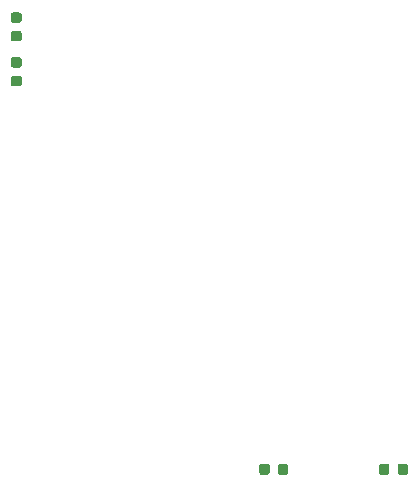
<source format=gbr>
G04 #@! TF.GenerationSoftware,KiCad,Pcbnew,(5.0.2)-1*
G04 #@! TF.CreationDate,2021-04-20T16:55:03+09:00*
G04 #@! TF.ProjectId,pi-ups,70692d75-7073-42e6-9b69-6361645f7063,rev?*
G04 #@! TF.SameCoordinates,Original*
G04 #@! TF.FileFunction,Paste,Bot*
G04 #@! TF.FilePolarity,Positive*
%FSLAX46Y46*%
G04 Gerber Fmt 4.6, Leading zero omitted, Abs format (unit mm)*
G04 Created by KiCad (PCBNEW (5.0.2)-1) date 2021/04/20 16:55:03*
%MOMM*%
%LPD*%
G01*
G04 APERTURE LIST*
%ADD10C,0.100000*%
%ADD11C,0.875000*%
G04 APERTURE END LIST*
D10*
G04 #@! TO.C,C6*
G36*
X114260691Y-138972053D02*
X114281926Y-138975203D01*
X114302750Y-138980419D01*
X114322962Y-138987651D01*
X114342368Y-138996830D01*
X114360781Y-139007866D01*
X114378024Y-139020654D01*
X114393930Y-139035070D01*
X114408346Y-139050976D01*
X114421134Y-139068219D01*
X114432170Y-139086632D01*
X114441349Y-139106038D01*
X114448581Y-139126250D01*
X114453797Y-139147074D01*
X114456947Y-139168309D01*
X114458000Y-139189750D01*
X114458000Y-139702250D01*
X114456947Y-139723691D01*
X114453797Y-139744926D01*
X114448581Y-139765750D01*
X114441349Y-139785962D01*
X114432170Y-139805368D01*
X114421134Y-139823781D01*
X114408346Y-139841024D01*
X114393930Y-139856930D01*
X114378024Y-139871346D01*
X114360781Y-139884134D01*
X114342368Y-139895170D01*
X114322962Y-139904349D01*
X114302750Y-139911581D01*
X114281926Y-139916797D01*
X114260691Y-139919947D01*
X114239250Y-139921000D01*
X113801750Y-139921000D01*
X113780309Y-139919947D01*
X113759074Y-139916797D01*
X113738250Y-139911581D01*
X113718038Y-139904349D01*
X113698632Y-139895170D01*
X113680219Y-139884134D01*
X113662976Y-139871346D01*
X113647070Y-139856930D01*
X113632654Y-139841024D01*
X113619866Y-139823781D01*
X113608830Y-139805368D01*
X113599651Y-139785962D01*
X113592419Y-139765750D01*
X113587203Y-139744926D01*
X113584053Y-139723691D01*
X113583000Y-139702250D01*
X113583000Y-139189750D01*
X113584053Y-139168309D01*
X113587203Y-139147074D01*
X113592419Y-139126250D01*
X113599651Y-139106038D01*
X113608830Y-139086632D01*
X113619866Y-139068219D01*
X113632654Y-139050976D01*
X113647070Y-139035070D01*
X113662976Y-139020654D01*
X113680219Y-139007866D01*
X113698632Y-138996830D01*
X113718038Y-138987651D01*
X113738250Y-138980419D01*
X113759074Y-138975203D01*
X113780309Y-138972053D01*
X113801750Y-138971000D01*
X114239250Y-138971000D01*
X114260691Y-138972053D01*
X114260691Y-138972053D01*
G37*
D11*
X114020500Y-139446000D03*
D10*
G36*
X115835691Y-138972053D02*
X115856926Y-138975203D01*
X115877750Y-138980419D01*
X115897962Y-138987651D01*
X115917368Y-138996830D01*
X115935781Y-139007866D01*
X115953024Y-139020654D01*
X115968930Y-139035070D01*
X115983346Y-139050976D01*
X115996134Y-139068219D01*
X116007170Y-139086632D01*
X116016349Y-139106038D01*
X116023581Y-139126250D01*
X116028797Y-139147074D01*
X116031947Y-139168309D01*
X116033000Y-139189750D01*
X116033000Y-139702250D01*
X116031947Y-139723691D01*
X116028797Y-139744926D01*
X116023581Y-139765750D01*
X116016349Y-139785962D01*
X116007170Y-139805368D01*
X115996134Y-139823781D01*
X115983346Y-139841024D01*
X115968930Y-139856930D01*
X115953024Y-139871346D01*
X115935781Y-139884134D01*
X115917368Y-139895170D01*
X115897962Y-139904349D01*
X115877750Y-139911581D01*
X115856926Y-139916797D01*
X115835691Y-139919947D01*
X115814250Y-139921000D01*
X115376750Y-139921000D01*
X115355309Y-139919947D01*
X115334074Y-139916797D01*
X115313250Y-139911581D01*
X115293038Y-139904349D01*
X115273632Y-139895170D01*
X115255219Y-139884134D01*
X115237976Y-139871346D01*
X115222070Y-139856930D01*
X115207654Y-139841024D01*
X115194866Y-139823781D01*
X115183830Y-139805368D01*
X115174651Y-139785962D01*
X115167419Y-139765750D01*
X115162203Y-139744926D01*
X115159053Y-139723691D01*
X115158000Y-139702250D01*
X115158000Y-139189750D01*
X115159053Y-139168309D01*
X115162203Y-139147074D01*
X115167419Y-139126250D01*
X115174651Y-139106038D01*
X115183830Y-139086632D01*
X115194866Y-139068219D01*
X115207654Y-139050976D01*
X115222070Y-139035070D01*
X115237976Y-139020654D01*
X115255219Y-139007866D01*
X115273632Y-138996830D01*
X115293038Y-138987651D01*
X115313250Y-138980419D01*
X115334074Y-138975203D01*
X115355309Y-138972053D01*
X115376750Y-138971000D01*
X115814250Y-138971000D01*
X115835691Y-138972053D01*
X115835691Y-138972053D01*
G37*
D11*
X115595500Y-139446000D03*
G04 #@! TD*
D10*
G04 #@! TO.C,C5*
G36*
X125970191Y-138972053D02*
X125991426Y-138975203D01*
X126012250Y-138980419D01*
X126032462Y-138987651D01*
X126051868Y-138996830D01*
X126070281Y-139007866D01*
X126087524Y-139020654D01*
X126103430Y-139035070D01*
X126117846Y-139050976D01*
X126130634Y-139068219D01*
X126141670Y-139086632D01*
X126150849Y-139106038D01*
X126158081Y-139126250D01*
X126163297Y-139147074D01*
X126166447Y-139168309D01*
X126167500Y-139189750D01*
X126167500Y-139702250D01*
X126166447Y-139723691D01*
X126163297Y-139744926D01*
X126158081Y-139765750D01*
X126150849Y-139785962D01*
X126141670Y-139805368D01*
X126130634Y-139823781D01*
X126117846Y-139841024D01*
X126103430Y-139856930D01*
X126087524Y-139871346D01*
X126070281Y-139884134D01*
X126051868Y-139895170D01*
X126032462Y-139904349D01*
X126012250Y-139911581D01*
X125991426Y-139916797D01*
X125970191Y-139919947D01*
X125948750Y-139921000D01*
X125511250Y-139921000D01*
X125489809Y-139919947D01*
X125468574Y-139916797D01*
X125447750Y-139911581D01*
X125427538Y-139904349D01*
X125408132Y-139895170D01*
X125389719Y-139884134D01*
X125372476Y-139871346D01*
X125356570Y-139856930D01*
X125342154Y-139841024D01*
X125329366Y-139823781D01*
X125318330Y-139805368D01*
X125309151Y-139785962D01*
X125301919Y-139765750D01*
X125296703Y-139744926D01*
X125293553Y-139723691D01*
X125292500Y-139702250D01*
X125292500Y-139189750D01*
X125293553Y-139168309D01*
X125296703Y-139147074D01*
X125301919Y-139126250D01*
X125309151Y-139106038D01*
X125318330Y-139086632D01*
X125329366Y-139068219D01*
X125342154Y-139050976D01*
X125356570Y-139035070D01*
X125372476Y-139020654D01*
X125389719Y-139007866D01*
X125408132Y-138996830D01*
X125427538Y-138987651D01*
X125447750Y-138980419D01*
X125468574Y-138975203D01*
X125489809Y-138972053D01*
X125511250Y-138971000D01*
X125948750Y-138971000D01*
X125970191Y-138972053D01*
X125970191Y-138972053D01*
G37*
D11*
X125730000Y-139446000D03*
D10*
G36*
X124395191Y-138972053D02*
X124416426Y-138975203D01*
X124437250Y-138980419D01*
X124457462Y-138987651D01*
X124476868Y-138996830D01*
X124495281Y-139007866D01*
X124512524Y-139020654D01*
X124528430Y-139035070D01*
X124542846Y-139050976D01*
X124555634Y-139068219D01*
X124566670Y-139086632D01*
X124575849Y-139106038D01*
X124583081Y-139126250D01*
X124588297Y-139147074D01*
X124591447Y-139168309D01*
X124592500Y-139189750D01*
X124592500Y-139702250D01*
X124591447Y-139723691D01*
X124588297Y-139744926D01*
X124583081Y-139765750D01*
X124575849Y-139785962D01*
X124566670Y-139805368D01*
X124555634Y-139823781D01*
X124542846Y-139841024D01*
X124528430Y-139856930D01*
X124512524Y-139871346D01*
X124495281Y-139884134D01*
X124476868Y-139895170D01*
X124457462Y-139904349D01*
X124437250Y-139911581D01*
X124416426Y-139916797D01*
X124395191Y-139919947D01*
X124373750Y-139921000D01*
X123936250Y-139921000D01*
X123914809Y-139919947D01*
X123893574Y-139916797D01*
X123872750Y-139911581D01*
X123852538Y-139904349D01*
X123833132Y-139895170D01*
X123814719Y-139884134D01*
X123797476Y-139871346D01*
X123781570Y-139856930D01*
X123767154Y-139841024D01*
X123754366Y-139823781D01*
X123743330Y-139805368D01*
X123734151Y-139785962D01*
X123726919Y-139765750D01*
X123721703Y-139744926D01*
X123718553Y-139723691D01*
X123717500Y-139702250D01*
X123717500Y-139189750D01*
X123718553Y-139168309D01*
X123721703Y-139147074D01*
X123726919Y-139126250D01*
X123734151Y-139106038D01*
X123743330Y-139086632D01*
X123754366Y-139068219D01*
X123767154Y-139050976D01*
X123781570Y-139035070D01*
X123797476Y-139020654D01*
X123814719Y-139007866D01*
X123833132Y-138996830D01*
X123852538Y-138987651D01*
X123872750Y-138980419D01*
X123893574Y-138975203D01*
X123914809Y-138972053D01*
X123936250Y-138971000D01*
X124373750Y-138971000D01*
X124395191Y-138972053D01*
X124395191Y-138972053D01*
G37*
D11*
X124155000Y-139446000D03*
G04 #@! TD*
D10*
G04 #@! TO.C,R9*
G36*
X93277691Y-104563553D02*
X93298926Y-104566703D01*
X93319750Y-104571919D01*
X93339962Y-104579151D01*
X93359368Y-104588330D01*
X93377781Y-104599366D01*
X93395024Y-104612154D01*
X93410930Y-104626570D01*
X93425346Y-104642476D01*
X93438134Y-104659719D01*
X93449170Y-104678132D01*
X93458349Y-104697538D01*
X93465581Y-104717750D01*
X93470797Y-104738574D01*
X93473947Y-104759809D01*
X93475000Y-104781250D01*
X93475000Y-105218750D01*
X93473947Y-105240191D01*
X93470797Y-105261426D01*
X93465581Y-105282250D01*
X93458349Y-105302462D01*
X93449170Y-105321868D01*
X93438134Y-105340281D01*
X93425346Y-105357524D01*
X93410930Y-105373430D01*
X93395024Y-105387846D01*
X93377781Y-105400634D01*
X93359368Y-105411670D01*
X93339962Y-105420849D01*
X93319750Y-105428081D01*
X93298926Y-105433297D01*
X93277691Y-105436447D01*
X93256250Y-105437500D01*
X92743750Y-105437500D01*
X92722309Y-105436447D01*
X92701074Y-105433297D01*
X92680250Y-105428081D01*
X92660038Y-105420849D01*
X92640632Y-105411670D01*
X92622219Y-105400634D01*
X92604976Y-105387846D01*
X92589070Y-105373430D01*
X92574654Y-105357524D01*
X92561866Y-105340281D01*
X92550830Y-105321868D01*
X92541651Y-105302462D01*
X92534419Y-105282250D01*
X92529203Y-105261426D01*
X92526053Y-105240191D01*
X92525000Y-105218750D01*
X92525000Y-104781250D01*
X92526053Y-104759809D01*
X92529203Y-104738574D01*
X92534419Y-104717750D01*
X92541651Y-104697538D01*
X92550830Y-104678132D01*
X92561866Y-104659719D01*
X92574654Y-104642476D01*
X92589070Y-104626570D01*
X92604976Y-104612154D01*
X92622219Y-104599366D01*
X92640632Y-104588330D01*
X92660038Y-104579151D01*
X92680250Y-104571919D01*
X92701074Y-104566703D01*
X92722309Y-104563553D01*
X92743750Y-104562500D01*
X93256250Y-104562500D01*
X93277691Y-104563553D01*
X93277691Y-104563553D01*
G37*
D11*
X93000000Y-105000000D03*
D10*
G36*
X93277691Y-106138553D02*
X93298926Y-106141703D01*
X93319750Y-106146919D01*
X93339962Y-106154151D01*
X93359368Y-106163330D01*
X93377781Y-106174366D01*
X93395024Y-106187154D01*
X93410930Y-106201570D01*
X93425346Y-106217476D01*
X93438134Y-106234719D01*
X93449170Y-106253132D01*
X93458349Y-106272538D01*
X93465581Y-106292750D01*
X93470797Y-106313574D01*
X93473947Y-106334809D01*
X93475000Y-106356250D01*
X93475000Y-106793750D01*
X93473947Y-106815191D01*
X93470797Y-106836426D01*
X93465581Y-106857250D01*
X93458349Y-106877462D01*
X93449170Y-106896868D01*
X93438134Y-106915281D01*
X93425346Y-106932524D01*
X93410930Y-106948430D01*
X93395024Y-106962846D01*
X93377781Y-106975634D01*
X93359368Y-106986670D01*
X93339962Y-106995849D01*
X93319750Y-107003081D01*
X93298926Y-107008297D01*
X93277691Y-107011447D01*
X93256250Y-107012500D01*
X92743750Y-107012500D01*
X92722309Y-107011447D01*
X92701074Y-107008297D01*
X92680250Y-107003081D01*
X92660038Y-106995849D01*
X92640632Y-106986670D01*
X92622219Y-106975634D01*
X92604976Y-106962846D01*
X92589070Y-106948430D01*
X92574654Y-106932524D01*
X92561866Y-106915281D01*
X92550830Y-106896868D01*
X92541651Y-106877462D01*
X92534419Y-106857250D01*
X92529203Y-106836426D01*
X92526053Y-106815191D01*
X92525000Y-106793750D01*
X92525000Y-106356250D01*
X92526053Y-106334809D01*
X92529203Y-106313574D01*
X92534419Y-106292750D01*
X92541651Y-106272538D01*
X92550830Y-106253132D01*
X92561866Y-106234719D01*
X92574654Y-106217476D01*
X92589070Y-106201570D01*
X92604976Y-106187154D01*
X92622219Y-106174366D01*
X92640632Y-106163330D01*
X92660038Y-106154151D01*
X92680250Y-106146919D01*
X92701074Y-106141703D01*
X92722309Y-106138553D01*
X92743750Y-106137500D01*
X93256250Y-106137500D01*
X93277691Y-106138553D01*
X93277691Y-106138553D01*
G37*
D11*
X93000000Y-106575000D03*
G04 #@! TD*
D10*
G04 #@! TO.C,R10*
G36*
X93277691Y-102351053D02*
X93298926Y-102354203D01*
X93319750Y-102359419D01*
X93339962Y-102366651D01*
X93359368Y-102375830D01*
X93377781Y-102386866D01*
X93395024Y-102399654D01*
X93410930Y-102414070D01*
X93425346Y-102429976D01*
X93438134Y-102447219D01*
X93449170Y-102465632D01*
X93458349Y-102485038D01*
X93465581Y-102505250D01*
X93470797Y-102526074D01*
X93473947Y-102547309D01*
X93475000Y-102568750D01*
X93475000Y-103006250D01*
X93473947Y-103027691D01*
X93470797Y-103048926D01*
X93465581Y-103069750D01*
X93458349Y-103089962D01*
X93449170Y-103109368D01*
X93438134Y-103127781D01*
X93425346Y-103145024D01*
X93410930Y-103160930D01*
X93395024Y-103175346D01*
X93377781Y-103188134D01*
X93359368Y-103199170D01*
X93339962Y-103208349D01*
X93319750Y-103215581D01*
X93298926Y-103220797D01*
X93277691Y-103223947D01*
X93256250Y-103225000D01*
X92743750Y-103225000D01*
X92722309Y-103223947D01*
X92701074Y-103220797D01*
X92680250Y-103215581D01*
X92660038Y-103208349D01*
X92640632Y-103199170D01*
X92622219Y-103188134D01*
X92604976Y-103175346D01*
X92589070Y-103160930D01*
X92574654Y-103145024D01*
X92561866Y-103127781D01*
X92550830Y-103109368D01*
X92541651Y-103089962D01*
X92534419Y-103069750D01*
X92529203Y-103048926D01*
X92526053Y-103027691D01*
X92525000Y-103006250D01*
X92525000Y-102568750D01*
X92526053Y-102547309D01*
X92529203Y-102526074D01*
X92534419Y-102505250D01*
X92541651Y-102485038D01*
X92550830Y-102465632D01*
X92561866Y-102447219D01*
X92574654Y-102429976D01*
X92589070Y-102414070D01*
X92604976Y-102399654D01*
X92622219Y-102386866D01*
X92640632Y-102375830D01*
X92660038Y-102366651D01*
X92680250Y-102359419D01*
X92701074Y-102354203D01*
X92722309Y-102351053D01*
X92743750Y-102350000D01*
X93256250Y-102350000D01*
X93277691Y-102351053D01*
X93277691Y-102351053D01*
G37*
D11*
X93000000Y-102787500D03*
D10*
G36*
X93277691Y-100776053D02*
X93298926Y-100779203D01*
X93319750Y-100784419D01*
X93339962Y-100791651D01*
X93359368Y-100800830D01*
X93377781Y-100811866D01*
X93395024Y-100824654D01*
X93410930Y-100839070D01*
X93425346Y-100854976D01*
X93438134Y-100872219D01*
X93449170Y-100890632D01*
X93458349Y-100910038D01*
X93465581Y-100930250D01*
X93470797Y-100951074D01*
X93473947Y-100972309D01*
X93475000Y-100993750D01*
X93475000Y-101431250D01*
X93473947Y-101452691D01*
X93470797Y-101473926D01*
X93465581Y-101494750D01*
X93458349Y-101514962D01*
X93449170Y-101534368D01*
X93438134Y-101552781D01*
X93425346Y-101570024D01*
X93410930Y-101585930D01*
X93395024Y-101600346D01*
X93377781Y-101613134D01*
X93359368Y-101624170D01*
X93339962Y-101633349D01*
X93319750Y-101640581D01*
X93298926Y-101645797D01*
X93277691Y-101648947D01*
X93256250Y-101650000D01*
X92743750Y-101650000D01*
X92722309Y-101648947D01*
X92701074Y-101645797D01*
X92680250Y-101640581D01*
X92660038Y-101633349D01*
X92640632Y-101624170D01*
X92622219Y-101613134D01*
X92604976Y-101600346D01*
X92589070Y-101585930D01*
X92574654Y-101570024D01*
X92561866Y-101552781D01*
X92550830Y-101534368D01*
X92541651Y-101514962D01*
X92534419Y-101494750D01*
X92529203Y-101473926D01*
X92526053Y-101452691D01*
X92525000Y-101431250D01*
X92525000Y-100993750D01*
X92526053Y-100972309D01*
X92529203Y-100951074D01*
X92534419Y-100930250D01*
X92541651Y-100910038D01*
X92550830Y-100890632D01*
X92561866Y-100872219D01*
X92574654Y-100854976D01*
X92589070Y-100839070D01*
X92604976Y-100824654D01*
X92622219Y-100811866D01*
X92640632Y-100800830D01*
X92660038Y-100791651D01*
X92680250Y-100784419D01*
X92701074Y-100779203D01*
X92722309Y-100776053D01*
X92743750Y-100775000D01*
X93256250Y-100775000D01*
X93277691Y-100776053D01*
X93277691Y-100776053D01*
G37*
D11*
X93000000Y-101212500D03*
G04 #@! TD*
M02*

</source>
